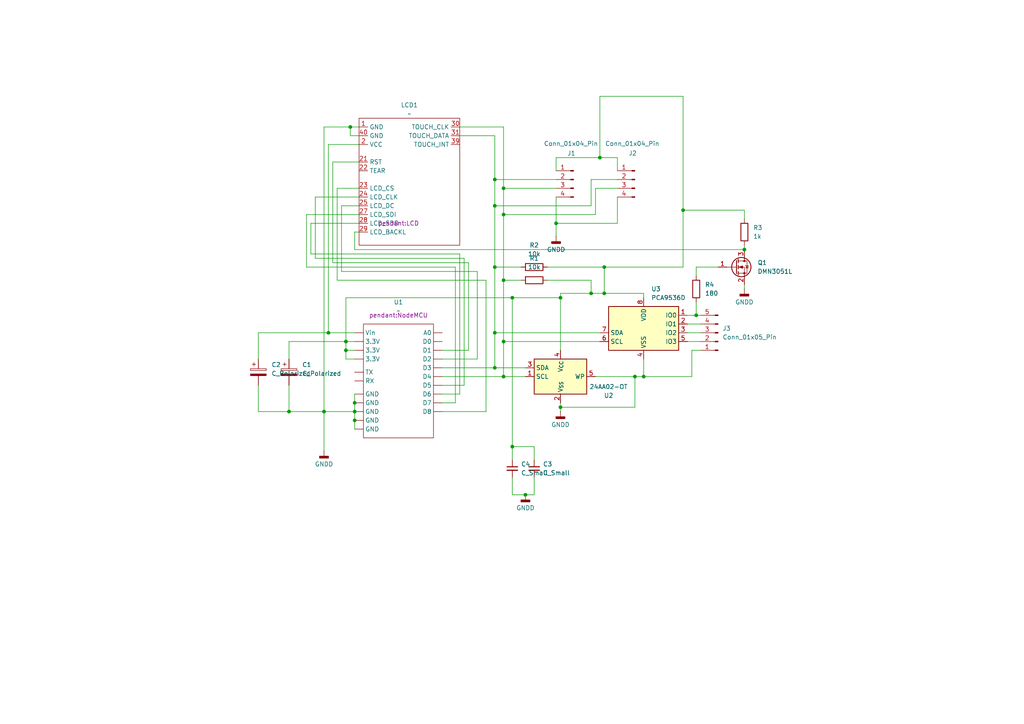
<source format=kicad_sch>
(kicad_sch (version 20231120) (generator "eeschema") (generator_version "8.0")
  (paper "A4")
  (lib_symbols
    (symbol "Connector:Conn_01x04_Pin" (pin_names (offset 1.016) hide)
      (property "Reference" "J" (at 0 5.08 0))
      (property "Value" "Conn_01x04_Pin" (at 0 -7.62 0))
      (symbol "Conn_01x04_Pin_1_1"
        (polyline (pts (xy 1.27 -5.08) (xy 0.8636 -5.08)) (stroke (width 0.1524)))
        (polyline (pts (xy 1.27 -2.54) (xy 0.8636 -2.54)) (stroke (width 0.1524)))
        (polyline (pts (xy 1.27 0) (xy 0.8636 0)) (stroke (width 0.1524)))
        (polyline (pts (xy 1.27 2.54) (xy 0.8636 2.54)) (stroke (width 0.1524)))
        (rectangle (start 0.8636 -4.953) (end 0 -5.207) (stroke (width 0.1524)) (fill (type outline)))
        (rectangle (start 0.8636 -2.413) (end 0 -2.667) (stroke (width 0.1524)) (fill (type outline)))
        (rectangle (start 0.8636 0.127) (end 0 -0.127) (stroke (width 0.1524)) (fill (type outline)))
        (rectangle (start 0.8636 2.667) (end 0 2.413) (stroke (width 0.1524)) (fill (type outline)))
        (pin passive line (at 5.08 2.54 180) (length 3.81) (name "Pin_1") (number "1"))
        (pin passive line (at 5.08 0 180) (length 3.81) (name "Pin_2") (number "2"))
        (pin passive line (at 5.08 -2.54 180) (length 3.81) (name "Pin_3") (number "3"))
        (pin passive line (at 5.08 -5.08 180) (length 3.81) (name "Pin_4") (number "4"))
      )
    )
    (symbol "Connector:Conn_01x05_Pin" (pin_names (offset 1.016) hide)
      (property "Reference" "J" (at 0 7.62 0))
      (property "Value" "Conn_01x05_Pin" (at 0 -7.62 0))
      (symbol "Conn_01x05_Pin_1_1"
        (polyline (pts (xy 1.27 -5.08) (xy 0.8636 -5.08)) (stroke (width 0.1524)))
        (polyline (pts (xy 1.27 -2.54) (xy 0.8636 -2.54)) (stroke (width 0.1524)))
        (polyline (pts (xy 1.27 0) (xy 0.8636 0)) (stroke (width 0.1524)))
        (polyline (pts (xy 1.27 2.54) (xy 0.8636 2.54)) (stroke (width 0.1524)))
        (polyline (pts (xy 1.27 5.08) (xy 0.8636 5.08)) (stroke (width 0.1524)))
        (rectangle (start 0.8636 -4.953) (end 0 -5.207) (stroke (width 0.1524)) (fill (type outline)))
        (rectangle (start 0.8636 -2.413) (end 0 -2.667) (stroke (width 0.1524)) (fill (type outline)))
        (rectangle (start 0.8636 0.127) (end 0 -0.127) (stroke (width 0.1524)) (fill (type outline)))
        (rectangle (start 0.8636 2.667) (end 0 2.413) (stroke (width 0.1524)) (fill (type outline)))
        (rectangle (start 0.8636 5.207) (end 0 4.953) (stroke (width 0.1524)) (fill (type outline)))
        (pin passive line (at 5.08 5.08 180) (length 3.81) (name "Pin_1") (number "1"))
        (pin passive line (at 5.08 2.54 180) (length 3.81) (name "Pin_2") (number "2"))
        (pin passive line (at 5.08 0 180) (length 3.81) (name "Pin_3") (number "3"))
        (pin passive line (at 5.08 -2.54 180) (length 3.81) (name "Pin_4") (number "4"))
        (pin passive line (at 5.08 -5.08 180) (length 3.81) (name "Pin_5") (number "5"))
      )
    )
    (symbol "Device:C_Polarized" (pin_numbers hide) (pin_names (offset 0.254))
      (property "Reference" "C" (at 0.635 2.54 0))
      (property "Value" "C_Polarized" (at 0.635 -2.54 0))
      (symbol "C_Polarized_0_1"
        (rectangle (start -2.286 0.508) (end 2.286 1.016))
        (polyline (pts (xy -1.778 2.286) (xy -0.762 2.286)))
        (polyline (pts (xy -1.27 2.794) (xy -1.27 1.778)))
        (rectangle (start 2.286 -0.508) (end -2.286 -1.016) (fill (type outline)))
      )
      (symbol "C_Polarized_1_1"
        (pin passive line (at 0 3.81 270) (length 2.794) (name "~") (number "1"))
        (pin passive line (at 0 -3.81 90) (length 2.794) (name "~") (number "2"))
      )
    )
    (symbol "Device:C_Small" (pin_numbers hide) (pin_names (offset 0.254) hide)
      (property "Reference" "C" (at 0.254 1.778 0))
      (property "Value" "C_Small" (at 0.254 -2.032 0))
      (symbol "C_Small_0_1"
        (polyline (pts (xy -1.524 -0.508) (xy 1.524 -0.508)) (stroke (width 0.3302)))
        (polyline (pts (xy -1.524 0.508) (xy 1.524 0.508)) (stroke (width 0.3048)))
      )
      (symbol "C_Small_1_1"
        (pin passive line (at 0 2.54 270) (length 2.032) (name "~") (number "1"))
        (pin passive line (at 0 -2.54 90) (length 2.032) (name "~") (number "2"))
      )
    )
    (symbol "Device:R" (pin_numbers hide) (pin_names (offset 0))
      (property "Reference" "R" (at 2.032 0 90))
      (property "Value" "R" (at 0 0 90))
      (symbol "R_0_1"
        (rectangle (start -1.016 -2.54) (end 1.016 2.54) (stroke (width 0.254)))
      )
      (symbol "R_1_1"
        (pin passive line (at 0 3.81 270) (length 1.27) (name "~") (number "1"))
        (pin passive line (at 0 -3.81 90) (length 1.27) (name "~") (number "2"))
      )
    )
    (symbol "Interface_Expansion:PCA9536D"
      (property "Reference" "U" (at -8.89 6.35 0))
      (property "Value" "PCA9536D" (at 6.35 6.35 0))
      (symbol "PCA9536D_0_1"
        (rectangle (start -10.16 5.08) (end 10.16 -7.62) (stroke (width 0.254)) (fill (type background)))
      )
      (symbol "PCA9536D_1_1"
        (pin bidirectional line (at 12.7 2.54 180) (length 2.54) (name "IO0") (number "1"))
        (pin bidirectional line (at 12.7 0 180) (length 2.54) (name "IO1") (number "2"))
        (pin bidirectional line (at 12.7 -2.54 180) (length 2.54) (name "IO2") (number "3"))
        (pin power_in line (at 0 -10.16 90) (length 2.54) (name "VSS") (number "4"))
        (pin bidirectional line (at 12.7 -5.08 180) (length 2.54) (name "IO3") (number "5"))
        (pin input line (at -12.7 -5.08 0) (length 2.54) (name "SCL") (number "6"))
        (pin bidirectional line (at -12.7 -2.54 0) (length 2.54) (name "SDA") (number "7"))
        (pin power_in line (at 0 7.62 270) (length 2.54) (name "VDD") (number "8"))
      )
    )
    (symbol "Memory_EEPROM:24AA02-OT"
      (property "Reference" "U" (at -7.62 6.35 0))
      (property "Value" "24AA02-OT" (at 2.54 -6.35 0))
      (symbol "24AA02-OT_1_1"
        (rectangle (start -7.62 5.08) (end 7.62 -5.08) (stroke (width 0.254)) (fill (type background)))
        (pin input line (at 10.16 0 180) (length 2.54) (name "SCL") (number "1"))
        (pin power_in line (at 0 -7.62 90) (length 2.54) (name "V_{SS}") (number "2"))
        (pin bidirectional line (at 10.16 2.54 180) (length 2.54) (name "SDA") (number "3"))
        (pin power_in line (at 0 7.62 270) (length 2.54) (name "V_{CC}") (number "4"))
        (pin input line (at -10.16 0 0) (length 2.54) (name "WP") (number "5"))
      )
    )
    (symbol "Transistor_FET:DMN3051L" (pin_names hide)
      (property "Reference" "Q" (at 5.08 1.905 0))
      (property "Value" "DMN3051L" (at 5.08 0 0))
      (symbol "DMN3051L_0_1"
        (polyline (pts (xy 0.254 0) (xy -2.54 0)))
        (polyline (pts (xy 0.254 1.905) (xy 0.254 -1.905)) (stroke (width 0.254)))
        (polyline (pts (xy 0.762 -1.27) (xy 0.762 -2.286)) (stroke (width 0.254)))
        (polyline (pts (xy 0.762 0.508) (xy 0.762 -0.508)) (stroke (width 0.254)))
        (polyline (pts (xy 0.762 2.286) (xy 0.762 1.27)) (stroke (width 0.254)))
        (polyline (pts (xy 2.54 2.54) (xy 2.54 1.778)))
        (polyline (pts (xy 2.54 -2.54) (xy 2.54 0) (xy 0.762 0)))
        (polyline (pts (xy 0.762 -1.778) (xy 3.302 -1.778) (xy 3.302 1.778) (xy 0.762 1.778)))
        (polyline (pts (xy 1.016 0) (xy 2.032 0.381) (xy 2.032 -0.381) (xy 1.016 0)) (fill (type outline)))
        (polyline (pts (xy 2.794 0.508) (xy 2.921 0.381) (xy 3.683 0.381) (xy 3.81 0.254)))
        (polyline (pts (xy 3.302 0.381) (xy 2.921 -0.254) (xy 3.683 -0.254) (xy 3.302 0.381)))
        (circle (center 1.651 0) (radius 2.794) (stroke (width 0.254)))
        (circle (center 2.54 -1.778) (radius 0.254) (fill (type outline)))
        (circle (center 2.54 1.778) (radius 0.254) (fill (type outline)))
      )
      (symbol "DMN3051L_1_1"
        (pin input line (at -5.08 0 0) (length 2.54) (name "G") (number "1"))
        (pin passive line (at 2.54 -5.08 90) (length 2.54) (name "S") (number "2"))
        (pin passive line (at 2.54 5.08 270) (length 2.54) (name "D") (number "3"))
      )
    )
    (symbol "pendant:LCD"
      (property "Reference" "LCD" (at 0 -1.524 0))
      (symbol "LCD_0_1"
        (rectangle (start -15.24 36.83) (end 13.97 0))
      )
      (symbol "LCD_1_1"
        (pin power_in line (at -15.24 34.29 0) (length 2.54) (name "GND") (number "1"))
        (pin power_in line (at -15.24 29.21 0) (length 2.54) (name "VCC") (number "2"))
        (pin input line (at -15.24 24.13 0) (length 2.54) (name "RST") (number "21"))
        (pin output line (at -15.24 21.59 0) (length 2.54) (name "TEAR") (number "22"))
        (pin input line (at -15.24 16.51 0) (length 2.54) (name "LCD_CS") (number "23"))
        (pin input line (at -15.24 13.97 0) (length 2.54) (name "LCD_CLK") (number "24"))
        (pin input line (at -15.24 11.43 0) (length 2.54) (name "LCD_DC") (number "25"))
        (pin input line (at -15.24 8.89 0) (length 2.54) (name "LCD_SDI") (number "27"))
        (pin output line (at -15.24 6.35 0) (length 2.54) (name "LCD_SDO") (number "28"))
        (pin input line (at -15.24 3.81 0) (length 2.54) (name "LCD_BACKL") (number "29"))
        (pin input line (at 13.97 34.29 180) (length 2.54) (name "TOUCH_CLK") (number "30"))
        (pin bidirectional line (at 13.97 31.75 180) (length 2.54) (name "TOUCH_DATA") (number "31"))
        (pin output line (at 13.97 29.21 180) (length 2.54) (name "TOUCH_INT") (number "39"))
        (pin power_in line (at -15.24 31.75 0) (length 2.54) (name "GND") (number "40"))
      )
    )
    (symbol "pendant:NodeMCU" (pin_numbers hide)
      (property "Reference" "U" (at -88.9 -15.24 0))
      (property "Footprint" "pendant:NodeMCU" (at -74.168 -19.304 0))
      (symbol "NodeMCU_0_1"
        (rectangle (start -82.55 15.24) (end -62.23 -17.78))
      )
      (symbol "NodeMCU_1_1"
        (pin power_in line (at -85.09 10.16 0) (length 2.54) (name "3.3V") (number "1"))
        (pin power_in line (at -85.09 7.62 0) (length 2.54) (name "3.3V") (number "10"))
        (pin bidirectional line (at -59.69 0 180) (length 2.54) (name "D4") (number "11"))
        (pin bidirectional line (at -59.69 2.54 180) (length 2.54) (name "D3") (number "12"))
        (pin bidirectional line (at -59.69 5.08 180) (length 2.54) (name "D2") (number "13"))
        (pin bidirectional line (at -59.69 7.62 180) (length 2.54) (name "D1") (number "14"))
        (pin bidirectional line (at -59.69 10.16 180) (length 2.54) (name "D0") (number "15"))
        (pin input line (at -59.69 12.7 180) (length 2.54) (name "A0") (number "16"))
        (pin power_in line (at -85.09 -10.16 0) (length 2.54) (name "GND") (number "17"))
        (pin power_in line (at -85.09 -5.08 0) (length 2.54) (name "GND") (number "2"))
        (pin power_in line (at -85.09 -12.7 0) (length 2.54) (name "GND") (number "25"))
        (pin power_in line (at -85.09 5.08 0) (length 2.54) (name "3.3V") (number "26"))
        (pin power_in line (at -85.09 -15.24 0) (length 2.54) (name "GND") (number "29"))
        (pin bidirectional line (at -85.09 1.27 0) (length 2.54) (name "TX") (number "3"))
        (pin power_in line (at -85.09 12.7 0) (length 2.54) (name "Vin") (number "30"))
        (pin bidirectional line (at -85.09 -1.27 0) (length 2.54) (name "RX") (number "4"))
        (pin bidirectional line (at -59.69 -10.16 180) (length 2.54) (name "D8") (number "5"))
        (pin bidirectional line (at -59.69 -7.62 180) (length 2.54) (name "D7") (number "6"))
        (pin bidirectional line (at -59.69 -5.08 180) (length 2.54) (name "D6") (number "7"))
        (pin bidirectional line (at -59.69 -2.54 180) (length 2.54) (name "D5") (number "8"))
        (pin power_in line (at -85.09 -7.62 0) (length 2.54) (name "GND") (number "9"))
      )
    )
    (symbol "power:GNDD" (power) (pin_numbers hide) (pin_names (offset 0) hide)
      (property "Value" "GNDD" (at 0 -3.175 0))
      (symbol "GNDD_0_1"
        (rectangle (start -1.27 -1.524) (end 1.27 -2.032) (stroke (width 0.254)) (fill (type outline)))
        (polyline (pts (xy 0 0) (xy 0 -1.524)))
      )
      (symbol "GNDD_1_1"
        (pin power_in line (at 0 0 270) (length 0) (name "~") (number "1"))
      )
    )
  )
  (junction (at 152.4 143.51))
  (junction (at 143.51 59.69))
  (junction (at 146.05 99.06))
  (junction (at 201.93 91.44))
  (junction (at 161.29 64.77))
  (junction (at 198.12 60.96))
  (junction (at 162.56 86.36))
  (junction (at 175.26 85.09))
  (junction (at 102.87 119.38))
  (junction (at 171.45 85.09))
  (junction (at 173.99 45.72))
  (junction (at 148.59 86.36))
  (junction (at 146.05 81.28))
  (junction (at 146.05 54.61))
  (junction (at 93.98 119.38))
  (junction (at 146.05 62.23))
  (junction (at 148.59 129.54))
  (junction (at 215.9 72.39))
  (junction (at 146.05 109.22))
  (junction (at 175.26 77.47))
  (junction (at 102.87 121.92))
  (junction (at 143.51 77.47))
  (junction (at 102.87 116.84))
  (junction (at 95.25 96.52))
  (junction (at 83.82 119.38))
  (junction (at 162.56 118.11))
  (junction (at 184.15 109.22))
  (junction (at 143.51 52.07))
  (junction (at 143.51 106.68))
  (junction (at 186.69 109.22))
  (junction (at 143.51 96.52))
  (junction (at 100.33 99.06))
  (junction (at 100.33 101.6))
  (junction (at 101.6 36.83))
  (wire (pts (xy 133.35 36.83) (xy 146.05 36.83)))
  (wire (pts (xy 198.12 77.47) (xy 175.26 77.47)))
  (wire (pts (xy 83.82 104.14) (xy 83.82 99.06)))
  (wire (pts (xy 83.82 99.06) (xy 100.33 99.06)))
  (wire (pts (xy 132.08 116.84) (xy 132.08 77.47)))
  (wire (pts (xy 148.59 138.43) (xy 148.59 143.51)))
  (wire (pts (xy 151.13 81.28) (xy 146.05 81.28)))
  (wire (pts (xy 128.27 101.6) (xy 135.89 101.6)))
  (wire (pts (xy 88.9 77.47) (xy 88.9 62.23)))
  (wire (pts (xy 200.66 101.6) (xy 200.66 109.22)))
  (wire (pts (xy 146.05 109.22) (xy 128.27 109.22)))
  (wire (pts (xy 143.51 77.47) (xy 143.51 96.52)))
  (wire (pts (xy 161.29 64.77) (xy 179.07 64.77)))
  (wire (pts (xy 171.45 52.07) (xy 171.45 59.69)))
  (wire (pts (xy 152.4 109.22) (xy 146.05 109.22)))
  (wire (pts (xy 128.27 111.76) (xy 134.62 111.76)))
  (wire (pts (xy 161.29 57.15) (xy 161.29 64.77)))
  (wire (pts (xy 171.45 85.09) (xy 162.56 85.09)))
  (wire (pts (xy 158.75 77.47) (xy 175.26 77.47)))
  (wire (pts (xy 146.05 62.23) (xy 146.05 81.28)))
  (wire (pts (xy 99.06 78.74) (xy 138.43 78.74)))
  (wire (pts (xy 128.27 114.3) (xy 133.35 114.3)))
  (wire (pts (xy 132.08 77.47) (xy 88.9 77.47)))
  (wire (pts (xy 161.29 52.07) (xy 143.51 52.07)))
  (wire (pts (xy 201.93 87.63) (xy 201.93 91.44)))
  (wire (pts (xy 102.87 72.39) (xy 215.9 72.39)))
  (wire (pts (xy 173.99 27.94) (xy 198.12 27.94)))
  (wire (pts (xy 179.07 52.07) (xy 171.45 52.07)))
  (wire (pts (xy 146.05 81.28) (xy 146.05 99.06)))
  (wire (pts (xy 97.79 54.61) (xy 97.79 81.28)))
  (wire (pts (xy 179.07 54.61) (xy 172.72 54.61)))
  (wire (pts (xy 143.51 39.37) (xy 133.35 39.37)))
  (wire (pts (xy 208.28 77.47) (xy 201.93 77.47)))
  (wire (pts (xy 74.93 96.52) (xy 95.25 96.52)))
  (wire (pts (xy 90.17 73.66) (xy 90.17 64.77)))
  (wire (pts (xy 101.6 36.83) (xy 104.14 36.83)))
  (wire (pts (xy 133.35 73.66) (xy 90.17 73.66)))
  (wire (pts (xy 83.82 119.38) (xy 93.98 119.38)))
  (wire (pts (xy 172.72 54.61) (xy 172.72 62.23)))
  (wire (pts (xy 175.26 85.09) (xy 171.45 85.09)))
  (wire (pts (xy 96.52 46.99) (xy 104.14 46.99)))
  (wire (pts (xy 179.07 64.77) (xy 179.07 57.15)))
  (wire (pts (xy 140.97 81.28) (xy 140.97 119.38)))
  (wire (pts (xy 93.98 36.83) (xy 93.98 119.38)))
  (wire (pts (xy 96.52 76.2) (xy 96.52 46.99)))
  (wire (pts (xy 201.93 91.44) (xy 199.39 91.44)))
  (wire (pts (xy 186.69 85.09) (xy 175.26 85.09)))
  (wire (pts (xy 143.51 96.52) (xy 143.51 106.68)))
  (wire (pts (xy 186.69 86.36) (xy 186.69 85.09)))
  (wire (pts (xy 138.43 78.74) (xy 138.43 104.14)))
  (wire (pts (xy 102.87 119.38) (xy 102.87 116.84)))
  (wire (pts (xy 148.59 143.51) (xy 152.4 143.51)))
  (wire (pts (xy 146.05 54.61) (xy 146.05 62.23)))
  (wire (pts (xy 173.99 45.72) (xy 161.29 45.72)))
  (wire (pts (xy 134.62 74.93) (xy 91.44 74.93)))
  (wire (pts (xy 104.14 54.61) (xy 97.79 54.61)))
  (wire (pts (xy 91.44 74.93) (xy 91.44 57.15)))
  (wire (pts (xy 162.56 86.36) (xy 148.59 86.36)))
  (wire (pts (xy 186.69 109.22) (xy 184.15 109.22)))
  (wire (pts (xy 200.66 109.22) (xy 186.69 109.22)))
  (wire (pts (xy 88.9 62.23) (xy 104.14 62.23)))
  (wire (pts (xy 146.05 99.06) (xy 146.05 109.22)))
  (wire (pts (xy 203.2 96.52) (xy 199.39 96.52)))
  (wire (pts (xy 93.98 130.81) (xy 93.98 119.38)))
  (wire (pts (xy 173.99 27.94) (xy 173.99 45.72)))
  (wire (pts (xy 154.94 143.51) (xy 152.4 143.51)))
  (wire (pts (xy 99.06 59.69) (xy 99.06 78.74)))
  (wire (pts (xy 134.62 111.76) (xy 134.62 74.93)))
  (wire (pts (xy 172.72 109.22) (xy 184.15 109.22)))
  (wire (pts (xy 74.93 119.38) (xy 83.82 119.38)))
  (wire (pts (xy 104.14 39.37) (xy 101.6 39.37)))
  (wire (pts (xy 90.17 64.77) (xy 104.14 64.77)))
  (wire (pts (xy 184.15 109.22) (xy 184.15 118.11)))
  (wire (pts (xy 148.59 86.36) (xy 100.33 86.36)))
  (wire (pts (xy 104.14 67.31) (xy 102.87 67.31)))
  (wire (pts (xy 161.29 68.58) (xy 161.29 64.77)))
  (wire (pts (xy 138.43 104.14) (xy 128.27 104.14)))
  (wire (pts (xy 215.9 60.96) (xy 198.12 60.96)))
  (wire (pts (xy 158.75 81.28) (xy 171.45 81.28)))
  (wire (pts (xy 135.89 76.2) (xy 96.52 76.2)))
  (wire (pts (xy 154.94 138.43) (xy 154.94 143.51)))
  (wire (pts (xy 102.87 124.46) (xy 102.87 121.92)))
  (wire (pts (xy 148.59 129.54) (xy 154.94 129.54)))
  (wire (pts (xy 151.13 77.47) (xy 143.51 77.47)))
  (wire (pts (xy 198.12 27.94) (xy 198.12 60.96)))
  (wire (pts (xy 172.72 62.23) (xy 146.05 62.23)))
  (wire (pts (xy 186.69 104.14) (xy 186.69 109.22)))
  (wire (pts (xy 74.93 96.52) (xy 74.93 104.14)))
  (wire (pts (xy 148.59 133.35) (xy 148.59 129.54)))
  (wire (pts (xy 161.29 54.61) (xy 146.05 54.61)))
  (wire (pts (xy 100.33 101.6) (xy 102.87 101.6)))
  (wire (pts (xy 128.27 106.68) (xy 143.51 106.68)))
  (wire (pts (xy 83.82 111.76) (xy 83.82 119.38)))
  (wire (pts (xy 101.6 39.37) (xy 101.6 36.83)))
  (wire (pts (xy 93.98 119.38) (xy 102.87 119.38)))
  (wire (pts (xy 102.87 121.92) (xy 102.87 119.38)))
  (wire (pts (xy 133.35 114.3) (xy 133.35 73.66)))
  (wire (pts (xy 102.87 99.06) (xy 100.33 99.06)))
  (wire (pts (xy 162.56 118.11) (xy 162.56 116.84)))
  (wire (pts (xy 162.56 101.6) (xy 162.56 86.36)))
  (wire (pts (xy 161.29 45.72) (xy 161.29 49.53)))
  (wire (pts (xy 179.07 49.53) (xy 179.07 45.72)))
  (wire (pts (xy 162.56 85.09) (xy 162.56 86.36)))
  (wire (pts (xy 128.27 116.84) (xy 132.08 116.84)))
  (wire (pts (xy 215.9 71.12) (xy 215.9 72.39)))
  (wire (pts (xy 100.33 101.6) (xy 100.33 104.14)))
  (wire (pts (xy 143.51 59.69) (xy 143.51 77.47)))
  (wire (pts (xy 154.94 129.54) (xy 154.94 133.35)))
  (wire (pts (xy 171.45 81.28) (xy 171.45 85.09)))
  (wire (pts (xy 179.07 45.72) (xy 173.99 45.72)))
  (wire (pts (xy 203.2 91.44) (xy 201.93 91.44)))
  (wire (pts (xy 199.39 99.06) (xy 203.2 99.06)))
  (wire (pts (xy 173.99 99.06) (xy 146.05 99.06)))
  (wire (pts (xy 199.39 93.98) (xy 203.2 93.98)))
  (wire (pts (xy 102.87 116.84) (xy 102.87 114.3)))
  (wire (pts (xy 146.05 36.83) (xy 146.05 54.61)))
  (wire (pts (xy 135.89 101.6) (xy 135.89 76.2)))
  (wire (pts (xy 100.33 86.36) (xy 100.33 99.06)))
  (wire (pts (xy 143.51 59.69) (xy 143.51 52.07)))
  (wire (pts (xy 97.79 81.28) (xy 140.97 81.28)))
  (wire (pts (xy 148.59 129.54) (xy 148.59 86.36)))
  (wire (pts (xy 162.56 119.38) (xy 162.56 118.11)))
  (wire (pts (xy 173.99 96.52) (xy 143.51 96.52)))
  (wire (pts (xy 74.93 111.76) (xy 74.93 119.38)))
  (wire (pts (xy 203.2 101.6) (xy 200.66 101.6)))
  (wire (pts (xy 152.4 106.68) (xy 143.51 106.68)))
  (wire (pts (xy 102.87 96.52) (xy 95.25 96.52)))
  (wire (pts (xy 102.87 67.31) (xy 102.87 72.39)))
  (wire (pts (xy 143.51 52.07) (xy 143.51 39.37)))
  (wire (pts (xy 201.93 77.47) (xy 201.93 80.01)))
  (wire (pts (xy 215.9 63.5) (xy 215.9 60.96)))
  (wire (pts (xy 95.25 41.91) (xy 104.14 41.91)))
  (wire (pts (xy 95.25 96.52) (xy 95.25 41.91)))
  (wire (pts (xy 175.26 77.47) (xy 175.26 85.09)))
  (wire (pts (xy 100.33 99.06) (xy 100.33 101.6)))
  (wire (pts (xy 184.15 118.11) (xy 162.56 118.11)))
  (wire (pts (xy 91.44 57.15) (xy 104.14 57.15)))
  (wire (pts (xy 140.97 119.38) (xy 128.27 119.38)))
  (wire (pts (xy 215.9 83.82) (xy 215.9 82.55)))
  (wire (pts (xy 102.87 104.14) (xy 100.33 104.14)))
  (wire (pts (xy 93.98 36.83) (xy 101.6 36.83)))
  (wire (pts (xy 198.12 60.96) (xy 198.12 77.47)))
  (wire (pts (xy 104.14 59.69) (xy 99.06 59.69)))
  (wire (pts (xy 171.45 59.69) (xy 143.51 59.69)))
  (symbol (lib_id "Device:R") (at 201.93 83.82 180) (unit 1)
    (property "Reference" "R4" (at 204.47 82.5499 0) (effects (justify right)))
    (property "Value" "180" (at 204.47 85.0899 0) (effects (justify right)))
    (property "Footprint" "Resistor_SMD:R_1206_3216Metric_Pad1.30x1.75mm_HandSolder" (effects (hide yes)))
    (property "Description" "Resistor" (effects (hide yes)))
  )
  (symbol (lib_id "Connector:Conn_01x04_Pin") (at 184.15 52.07 0) (mirror y) (unit 1)
    (property "Reference" "J2" (at 183.515 44.45 0))
    (property "Value" "Conn_01x04_Pin" (at 183.388 41.656 0))
    (property "Footprint" "Connector_PinHeader_2.54mm:PinHeader_1x04_P2.54mm_Vertical" (effects (hide yes)))
    (property "Description" "Generic connector, single row, 01x04, script generated" (effects (hide yes)))
  )
  (symbol (lib_id "Device:C_Small") (at 148.59 135.89 0) (unit 1)
    (property "Reference" "C4" (at 151.13 134.6262 0) (effects (justify left)))
    (property "Value" "C_Small" (at 151.13 137.1662 0) (effects (justify left)))
    (property "Footprint" "Capacitor_SMD:C_1206_3216Metric_Pad1.33x1.80mm_HandSolder" (effects (hide yes)))
    (property "Description" "Unpolarized capacitor, small symbol" (effects (hide yes)))
  )
  (symbol (lib_id "power:GNDD") (at 215.9 83.82 0) (unit 1)
    (property "Reference" "#PWR05" (effects (hide yes)))
    (property "Value" "GNDD" (at 215.9 87.63 0))
    (property "Description" "Power symbol creates a global label with name \"GNDD\" , digital ground" (effects (hide yes)))
  )
  (symbol (lib_id "power:GNDD") (at 152.4 143.51 0) (unit 1)
    (property "Reference" "#PWR04" (effects (hide yes)))
    (property "Value" "GNDD" (at 152.4 147.32 0))
    (property "Description" "Power symbol creates a global label with name \"GNDD\" , digital ground" (effects (hide yes)))
  )
  (symbol (lib_id "Device:R") (at 154.94 81.28 90) (unit 1)
    (property "Reference" "R1" (at 154.94 74.93 90))
    (property "Value" "10k" (at 154.94 77.47 90))
    (property "Footprint" "Resistor_SMD:R_1206_3216Metric_Pad1.30x1.75mm_HandSolder" (effects (hide yes)))
    (property "Description" "Resistor" (effects (hide yes)))
  )
  (symbol (lib_id "Device:R") (at 215.9 67.31 180) (unit 1)
    (property "Reference" "R3" (at 218.44 66.0399 0) (effects (justify right)))
    (property "Value" "1k" (at 218.44 68.5799 0) (effects (justify right)))
    (property "Footprint" "Resistor_SMD:R_1206_3216Metric_Pad1.30x1.75mm_HandSolder" (effects (hide yes)))
    (property "Description" "Resistor" (effects (hide yes)))
  )
  (symbol (lib_id "Memory_EEPROM:24AA02-OT") (at 162.56 109.22 0) (mirror y) (unit 1)
    (property "Reference" "U2" (at 176.53 114.7162 0))
    (property "Value" "24AA02-OT" (at 176.53 112.1762 0))
    (property "Footprint" "Package_TO_SOT_SMD:SOT-23-5" (effects (hide yes)))
    (property "Datasheet" "http://ww1.microchip.com/downloads/en/DeviceDoc/21709J.pdf" (effects (hide yes)))
    (property "Description" "I2C Serial EEPROM, 2Kb, SOT-23" (effects (hide yes)))
  )
  (symbol (lib_id "pendant:LCD") (at 119.38 71.12 0) (unit 1)
    (property "Reference" "LCD1" (at 118.745 30.48 0))
    (property "Value" "~" (at 118.745 33.02 0))
    (property "Footprint" "pendant:LCD" (at 115.57 64.77 0))
  )
  (symbol (lib_id "power:GNDD") (at 162.56 119.38 0) (unit 1)
    (property "Reference" "#PWR02" (effects (hide yes)))
    (property "Value" "GNDD" (at 162.56 123.19 0))
    (property "Description" "Power symbol creates a global label with name \"GNDD\" , digital ground" (effects (hide yes)))
  )
  (symbol (lib_id "Connector:Conn_01x04_Pin") (at 166.37 52.07 0) (mirror y) (unit 1)
    (property "Reference" "J1" (at 165.735 44.45 0))
    (property "Value" "Conn_01x04_Pin" (at 165.608 41.656 0))
    (property "Footprint" "Connector_PinHeader_2.54mm:PinHeader_1x04_P2.54mm_Vertical" (effects (hide yes)))
    (property "Description" "Generic connector, single row, 01x04, script generated" (effects (hide yes)))
  )
  (symbol (lib_id "power:GNDD") (at 93.98 130.81 0) (unit 1)
    (property "Reference" "#PWR01" (effects (hide yes)))
    (property "Value" "GNDD" (at 93.98 134.62 0))
    (property "Description" "Power symbol creates a global label with name \"GNDD\" , digital ground" (effects (hide yes)))
  )
  (symbol (lib_id "pendant:NodeMCU") (at 187.96 109.22 0) (unit 1)
    (property "Reference" "U1" (at 115.57 87.63 0))
    (property "Value" "~" (at 115.57 90.17 0))
    (property "Footprint" "pendant:NodeMCU" (at 115.57 91.44 0))
  )
  (symbol (lib_id "Device:C_Small") (at 154.94 135.89 0) (unit 1)
    (property "Reference" "C3" (at 157.48 134.6262 0) (effects (justify left)))
    (property "Value" "C_Small" (at 157.48 137.1662 0) (effects (justify left)))
    (property "Footprint" "Capacitor_SMD:C_1206_3216Metric_Pad1.33x1.80mm_HandSolder" (effects (hide yes)))
    (property "Description" "Unpolarized capacitor, small symbol" (effects (hide yes)))
  )
  (symbol (lib_id "Transistor_FET:DMN3051L") (at 213.36 77.47 0) (unit 1)
    (property "Reference" "Q1" (at 219.71 76.1999 0) (effects (justify left)))
    (property "Value" "DMN3051L" (at 219.71 78.7399 0) (effects (justify left)))
    (property "Footprint" "Package_TO_SOT_SMD:SOT-23" (effects (hide yes)))
    (property "Datasheet" "http://www.diodes.com/assets/Datasheets/ds31347.pdf" (effects (hide yes)))
    (property "Description" "5.8A Id, 30V Vds, N-Channel MOSFET, SOT-23" (effects (hide yes)))
  )
  (symbol (lib_id "Device:C_Polarized") (at 74.93 107.95 0) (unit 1)
    (property "Reference" "C2" (at 78.74 105.7909 0) (effects (justify left)))
    (property "Value" "C_Polarized" (at 78.74 108.3309 0) (effects (justify left)))
    (property "Footprint" "Capacitor_THT:CP_Radial_D8.0mm_P3.50mm" (effects (hide yes)))
    (property "Description" "Polarized capacitor" (effects (hide yes)))
  )
  (symbol (lib_id "power:GNDD") (at 161.29 68.58 0) (unit 1)
    (property "Reference" "#PWR03" (effects (hide yes)))
    (property "Value" "GNDD" (at 161.29 72.39 0))
    (property "Description" "Power symbol creates a global label with name \"GNDD\" , digital ground" (effects (hide yes)))
  )
  (symbol (lib_id "Device:C_Polarized") (at 83.82 107.95 0) (unit 1)
    (property "Reference" "C1" (at 87.63 105.7909 0) (effects (justify left)))
    (property "Value" "C_Polarized" (at 87.63 108.3309 0) (effects (justify left)))
    (property "Footprint" "Capacitor_THT:CP_Radial_D8.0mm_P3.50mm" (effects (hide yes)))
    (property "Description" "Polarized capacitor" (effects (hide yes)))
  )
  (symbol (lib_id "Device:R") (at 154.94 77.47 90) (unit 1)
    (property "Reference" "R2" (at 154.94 71.12 90))
    (property "Value" "10k" (at 154.94 73.66 90))
    (property "Footprint" "Resistor_SMD:R_1206_3216Metric_Pad1.30x1.75mm_HandSolder" (effects (hide yes)))
    (property "Description" "Resistor" (effects (hide yes)))
  )
  (symbol (lib_id "Interface_Expansion:PCA9536D") (at 186.69 93.98 0) (unit 1)
    (property "Reference" "U3" (at 188.8841 83.82 0) (effects (justify left)))
    (property "Value" "PCA9536D" (at 188.8841 86.36 0) (effects (justify left)))
    (property "Footprint" "Package_SO:SOIC-8_3.9x4.9mm_P1.27mm" (effects (hide yes)))
    (property "Datasheet" "http://www.nxp.com/docs/en/data-sheet/PCA9536.pdf" (effects (hide yes)))
    (property "Description" "4-bit I2C-bus and SMBus IO port, SOIC-8" (effects (hide yes)))
  )
  (symbol (lib_id "Connector:Conn_01x05_Pin") (at 208.28 96.52 180) (unit 1)
    (property "Reference" "J3" (at 209.55 95.2499 0) (effects (justify right)))
    (property "Value" "Conn_01x05_Pin" (at 209.55 97.7899 0) (effects (justify right)))
    (property "Footprint" "Connector_PinSocket_2.54mm:PinSocket_1x05_P2.54mm_Vertical" (effects (hide yes)))
    (property "Description" "Generic connector, single row, 01x05, script generated" (effects (hide yes)))
  )
)
</source>
